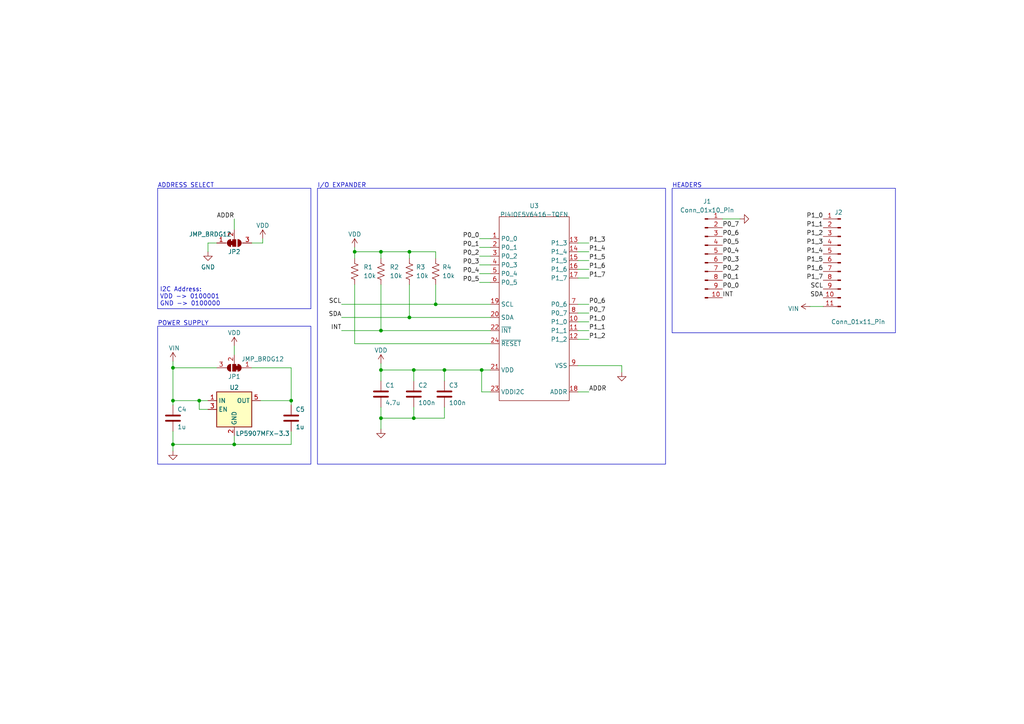
<source format=kicad_sch>
(kicad_sch (version 20230121) (generator eeschema)
  (paper "A4")
  (title_block (title "PI4IO IO Expander Breakout") (date "2023-07-21") (rev "4") (company "Playing With Fusion") (comment 1 "Designer: Jacob Simeone"))
  (lib_symbols
    (symbol "Connector:Conn_01x10_Pin" (pin_names (offset 1.016) hide)
      (property "Reference" "J" (at 0 12.7 0))
      (property "Value" "Conn_01x10_Pin" (at 0 -15.24 0))
      (symbol "Conn_01x10_Pin_1_1"
        (polyline (pts (xy 1.27 -12.7) (xy 0.8636 -12.7)) (stroke (width 0.1524)))
        (polyline (pts (xy 1.27 -10.16) (xy 0.8636 -10.16)) (stroke (width 0.1524)))
        (polyline (pts (xy 1.27 -7.62) (xy 0.8636 -7.62)) (stroke (width 0.1524)))
        (polyline (pts (xy 1.27 -5.08) (xy 0.8636 -5.08)) (stroke (width 0.1524)))
        (polyline (pts (xy 1.27 -2.54) (xy 0.8636 -2.54)) (stroke (width 0.1524)))
        (polyline (pts (xy 1.27 0) (xy 0.8636 0)) (stroke (width 0.1524)))
        (polyline (pts (xy 1.27 2.54) (xy 0.8636 2.54)) (stroke (width 0.1524)))
        (polyline (pts (xy 1.27 5.08) (xy 0.8636 5.08)) (stroke (width 0.1524)))
        (polyline (pts (xy 1.27 7.62) (xy 0.8636 7.62)) (stroke (width 0.1524)))
        (polyline (pts (xy 1.27 10.16) (xy 0.8636 10.16)) (stroke (width 0.1524)))
        (rectangle (start 0.8636 -12.573) (end 0 -12.827) (stroke (width 0.1524)) (fill (type outline)))
        (rectangle (start 0.8636 -10.033) (end 0 -10.287) (stroke (width 0.1524)) (fill (type outline)))
        (rectangle (start 0.8636 -7.493) (end 0 -7.747) (stroke (width 0.1524)) (fill (type outline)))
        (rectangle (start 0.8636 -4.953) (end 0 -5.207) (stroke (width 0.1524)) (fill (type outline)))
        (rectangle (start 0.8636 -2.413) (end 0 -2.667) (stroke (width 0.1524)) (fill (type outline)))
        (rectangle (start 0.8636 0.127) (end 0 -0.127) (stroke (width 0.1524)) (fill (type outline)))
        (rectangle (start 0.8636 2.667) (end 0 2.413) (stroke (width 0.1524)) (fill (type outline)))
        (rectangle (start 0.8636 5.207) (end 0 4.953) (stroke (width 0.1524)) (fill (type outline)))
        (rectangle (start 0.8636 7.747) (end 0 7.493) (stroke (width 0.1524)) (fill (type outline)))
        (rectangle (start 0.8636 10.287) (end 0 10.033) (stroke (width 0.1524)) (fill (type outline)))
        (pin passive line (at 5.08 10.16 180) (length 3.81) (name "Pin_1") (number "1"))
        (pin passive line (at 5.08 -12.7 180) (length 3.81) (name "Pin_10") (number "10"))
        (pin passive line (at 5.08 7.62 180) (length 3.81) (name "Pin_2") (number "2"))
        (pin passive line (at 5.08 5.08 180) (length 3.81) (name "Pin_3") (number "3"))
        (pin passive line (at 5.08 2.54 180) (length 3.81) (name "Pin_4") (number "4"))
        (pin passive line (at 5.08 0 180) (length 3.81) (name "Pin_5") (number "5"))
        (pin passive line (at 5.08 -2.54 180) (length 3.81) (name "Pin_6") (number "6"))
        (pin passive line (at 5.08 -5.08 180) (length 3.81) (name "Pin_7") (number "7"))
        (pin passive line (at 5.08 -7.62 180) (length 3.81) (name "Pin_8") (number "8"))
        (pin passive line (at 5.08 -10.16 180) (length 3.81) (name "Pin_9") (number "9"))
      )
    )
    (symbol "Connector:Conn_01x11_Pin" (pin_names (offset 1.016) hide)
      (property "Reference" "J" (at 0 15.24 0))
      (property "Value" "Conn_01x11_Pin" (at 0 -15.24 0))
      (symbol "Conn_01x11_Pin_1_1"
        (polyline (pts (xy 1.27 -12.7) (xy 0.8636 -12.7)) (stroke (width 0.1524)))
        (polyline (pts (xy 1.27 -10.16) (xy 0.8636 -10.16)) (stroke (width 0.1524)))
        (polyline (pts (xy 1.27 -7.62) (xy 0.8636 -7.62)) (stroke (width 0.1524)))
        (polyline (pts (xy 1.27 -5.08) (xy 0.8636 -5.08)) (stroke (width 0.1524)))
        (polyline (pts (xy 1.27 -2.54) (xy 0.8636 -2.54)) (stroke (width 0.1524)))
        (polyline (pts (xy 1.27 0) (xy 0.8636 0)) (stroke (width 0.1524)))
        (polyline (pts (xy 1.27 2.54) (xy 0.8636 2.54)) (stroke (width 0.1524)))
        (polyline (pts (xy 1.27 5.08) (xy 0.8636 5.08)) (stroke (width 0.1524)))
        (polyline (pts (xy 1.27 7.62) (xy 0.8636 7.62)) (stroke (width 0.1524)))
        (polyline (pts (xy 1.27 10.16) (xy 0.8636 10.16)) (stroke (width 0.1524)))
        (polyline (pts (xy 1.27 12.7) (xy 0.8636 12.7)) (stroke (width 0.1524)))
        (rectangle (start 0.8636 -12.573) (end 0 -12.827) (stroke (width 0.1524)) (fill (type outline)))
        (rectangle (start 0.8636 -10.033) (end 0 -10.287) (stroke (width 0.1524)) (fill (type outline)))
        (rectangle (start 0.8636 -7.493) (end 0 -7.747) (stroke (width 0.1524)) (fill (type outline)))
        (rectangle (start 0.8636 -4.953) (end 0 -5.207) (stroke (width 0.1524)) (fill (type outline)))
        (rectangle (start 0.8636 -2.413) (end 0 -2.667) (stroke (width 0.1524)) (fill (type outline)))
        (rectangle (start 0.8636 0.127) (end 0 -0.127) (stroke (width 0.1524)) (fill (type outline)))
        (rectangle (start 0.8636 2.667) (end 0 2.413) (stroke (width 0.1524)) (fill (type outline)))
        (rectangle (start 0.8636 5.207) (end 0 4.953) (stroke (width 0.1524)) (fill (type outline)))
        (rectangle (start 0.8636 7.747) (end 0 7.493) (stroke (width 0.1524)) (fill (type outline)))
        (rectangle (start 0.8636 10.287) (end 0 10.033) (stroke (width 0.1524)) (fill (type outline)))
        (rectangle (start 0.8636 12.827) (end 0 12.573) (stroke (width 0.1524)) (fill (type outline)))
        (pin passive line (at 5.08 12.7 180) (length 3.81) (name "Pin_1") (number "1"))
        (pin passive line (at 5.08 -10.16 180) (length 3.81) (name "Pin_10") (number "10"))
        (pin passive line (at 5.08 -12.7 180) (length 3.81) (name "Pin_11") (number "11"))
        (pin passive line (at 5.08 10.16 180) (length 3.81) (name "Pin_2") (number "2"))
        (pin passive line (at 5.08 7.62 180) (length 3.81) (name "Pin_3") (number "3"))
        (pin passive line (at 5.08 5.08 180) (length 3.81) (name "Pin_4") (number "4"))
        (pin passive line (at 5.08 2.54 180) (length 3.81) (name "Pin_5") (number "5"))
        (pin passive line (at 5.08 0 180) (length 3.81) (name "Pin_6") (number "6"))
        (pin passive line (at 5.08 -2.54 180) (length 3.81) (name "Pin_7") (number "7"))
        (pin passive line (at 5.08 -5.08 180) (length 3.81) (name "Pin_8") (number "8"))
        (pin passive line (at 5.08 -7.62 180) (length 3.81) (name "Pin_9") (number "9"))
      )
    )
    (symbol "Device:C" (pin_numbers hide) (pin_names (offset 0.254))
      (property "Reference" "C" (at 0.635 2.54 0))
      (property "Value" "C" (at 0.635 -2.54 0))
      (symbol "C_0_1"
        (polyline (pts (xy -2.032 -0.762) (xy 2.032 -0.762)) (stroke (width 0.508)))
        (polyline (pts (xy -2.032 0.762) (xy 2.032 0.762)) (stroke (width 0.508)))
      )
      (symbol "C_1_1"
        (pin passive line (at 0 3.81 270) (length 2.794) (name "~") (number "1"))
        (pin passive line (at 0 -3.81 90) (length 2.794) (name "~") (number "2"))
      )
    )
    (symbol "Device:R_US" (pin_numbers hide) (pin_names (offset 0))
      (property "Reference" "R" (at 2.54 0 90))
      (property "Value" "R_US" (at -2.54 0 90))
      (symbol "R_US_0_1"
        (polyline (pts (xy 0 -2.286) (xy 0 -2.54)))
        (polyline (pts (xy 0 2.286) (xy 0 2.54)))
        (polyline (pts (xy 0 -0.762) (xy 1.016 -1.143) (xy 0 -1.524) (xy -1.016 -1.905) (xy 0 -2.286)))
        (polyline (pts (xy 0 0.762) (xy 1.016 0.381) (xy 0 0) (xy -1.016 -0.381) (xy 0 -0.762)))
        (polyline (pts (xy 0 2.286) (xy 1.016 1.905) (xy 0 1.524) (xy -1.016 1.143) (xy 0 0.762)))
      )
      (symbol "R_US_1_1"
        (pin passive line (at 0 3.81 270) (length 1.27) (name "~") (number "1"))
        (pin passive line (at 0 -3.81 90) (length 1.27) (name "~") (number "2"))
      )
    )
    (symbol "JS_DiodesInc:PI4IOE5V6416-TQFN"
      (property "Reference" "U" (at 0 25.4 0))
      (property "Value" "PI4IOE5V6416-TQFN" (at -10.16 29.21 0))
      (symbol "PI4IOE5V6416-TQFN_0_0"
        (pin bidirectional line (at -12.7 21.59 0) (length 2.54) (name "P0_0") (number "1"))
        (pin bidirectional line (at 12.7 -2.54 180) (length 2.54) (name "P1_0") (number "10"))
        (pin bidirectional line (at 12.7 -5.08 180) (length 2.54) (name "P1_1") (number "11"))
        (pin bidirectional line (at 12.7 -7.62 180) (length 2.54) (name "P1_2") (number "12"))
        (pin bidirectional line (at 12.7 20.32 180) (length 2.54) (name "P1_3") (number "13"))
        (pin bidirectional line (at 12.7 17.78 180) (length 2.54) (name "P1_4") (number "14"))
        (pin bidirectional line (at 12.7 15.24 180) (length 2.54) (name "P1_5") (number "15"))
        (pin bidirectional line (at 12.7 12.7 180) (length 2.54) (name "P1_6") (number "16"))
        (pin bidirectional line (at 12.7 10.16 180) (length 2.54) (name "P1_7") (number "17"))
        (pin bidirectional line (at -12.7 2.54 0) (length 2.54) (name "SCL") (number "19"))
        (pin bidirectional line (at -12.7 19.05 0) (length 2.54) (name "P0_1") (number "2"))
        (pin bidirectional line (at -12.7 -1.27 0) (length 2.54) (name "SDA") (number "20"))
        (pin power_in line (at -12.7 -16.51 0) (length 2.54) (name "VDD") (number "21"))
        (pin power_in line (at -12.7 -22.86 0) (length 2.54) (name "VDDI2C") (number "23"))
        (pin bidirectional line (at -12.7 16.51 0) (length 2.54) (name "P0_2") (number "3"))
        (pin bidirectional line (at -12.7 13.97 0) (length 2.54) (name "P0_3") (number "4"))
        (pin bidirectional line (at -12.7 11.43 0) (length 2.54) (name "P0_4") (number "5"))
        (pin bidirectional line (at -12.7 8.89 0) (length 2.54) (name "P0_5") (number "6"))
        (pin bidirectional line (at 12.7 2.54 180) (length 2.54) (name "P0_6") (number "7"))
        (pin bidirectional line (at 12.7 0 180) (length 2.54) (name "P0_7") (number "8"))
        (pin passive line (at 12.7 -15.24 180) (length 2.54) (name "VSS") (number "9"))
      )
      (symbol "PI4IOE5V6416-TQFN_0_1"
        (rectangle (start -10.16 27.94) (end 10.16 -25.4))
      )
      (symbol "PI4IOE5V6416-TQFN_1_0"
        (pin input line (at 12.7 -22.86 180) (length 2.54) (name "ADDR") (number "18"))
        (pin output line (at -12.7 -5.08 0) (length 2.54) (name "~{INT}") (number "22"))
        (pin input line (at -12.7 -8.89 0) (length 2.54) (name "~{RESET}") (number "24"))
      )
    )
    (symbol "Jumper:SolderJumper_3_Bridged12" (pin_names (offset 0) hide)
      (property "Reference" "JP" (at -2.54 -2.54 0))
      (property "Value" "SolderJumper_3_Bridged12" (at 0 2.794 0))
      (symbol "SolderJumper_3_Bridged12_0_1"
        (rectangle (start -1.016 0.508) (end -0.508 -0.508) (fill (type outline)))
        (arc (start -1.016 1.016) (mid -2.0276 0) (end -1.016 -1.016))
        (arc (start -1.016 1.016) (mid -2.0276 0) (end -1.016 -1.016) (fill (type outline)))
        (rectangle (start -0.508 1.016) (end 0.508 -1.016) (fill (type outline)))
        (polyline (pts (xy -2.54 0) (xy -2.032 0)))
        (polyline (pts (xy -1.016 1.016) (xy -1.016 -1.016)))
        (polyline (pts (xy 0 -1.27) (xy 0 -1.016)))
        (polyline (pts (xy 1.016 1.016) (xy 1.016 -1.016)))
        (polyline (pts (xy 2.54 0) (xy 2.032 0)))
        (arc (start 1.016 -1.016) (mid 2.0276 0) (end 1.016 1.016))
        (arc (start 1.016 -1.016) (mid 2.0276 0) (end 1.016 1.016) (fill (type outline)))
      )
      (symbol "SolderJumper_3_Bridged12_1_1"
        (pin passive line (at -5.08 0 0) (length 2.54) (name "A") (number "1"))
        (pin passive line (at 0 -3.81 90) (length 2.54) (name "C") (number "2"))
        (pin passive line (at 5.08 0 180) (length 2.54) (name "B") (number "3"))
      )
    )
    (symbol "PWF_power:VIN" (power) (pin_names (offset 0))
      (property "Value" "VIN" (at 0 3.81 0))
      (symbol "VIN_0_1"
        (polyline (pts (xy -0.762 1.27) (xy 0 2.54)))
        (polyline (pts (xy 0 0) (xy 0 2.54)))
        (polyline (pts (xy 0 2.54) (xy 0.762 1.27)))
      )
      (symbol "VIN_1_1"
        (pin power_in line (at 0 0 90) (length 0) hide (name "VIN") (number "1"))
      )
    )
    (symbol "Regulator_Linear:LP5907MFX-3.3"
      (property "Reference" "U" (at -3.81 6.35 0))
      (property "Value" "LP5907MFX-3.3" (at 6.35 6.35 0))
      (symbol "LP5907MFX-3.3_0_1"
        (rectangle (start -5.08 -5.08) (end 5.08 5.08) (stroke (width 0.254)) (fill (type background)))
        (pin power_in line (at -7.62 2.54 0) (length 2.54) (name "IN") (number "1"))
        (pin power_in line (at 0 -7.62 90) (length 2.54) (name "GND") (number "2"))
        (pin input line (at -7.62 0 0) (length 2.54) (name "EN") (number "3"))
        (pin no_connect line (at 5.08 0 180) (length 2.54) hide (name "NC") (number "4"))
        (pin power_out line (at 7.62 2.54 180) (length 2.54) (name "OUT") (number "5"))
      )
    )
    (symbol "power:GND" (power) (pin_names (offset 0))
      (property "Value" "GND" (at 0 -3.81 0))
      (symbol "GND_0_1"
        (polyline (pts (xy 0 0) (xy 0 -1.27) (xy 1.27 -1.27) (xy 0 -2.54) (xy -1.27 -1.27) (xy 0 -1.27)))
      )
      (symbol "GND_1_1"
        (pin power_in line (at 0 0 270) (length 0) hide (name "GND") (number "1"))
      )
    )
    (symbol "power:VDD" (power) (pin_names (offset 0))
      (property "Value" "VDD" (at 0 3.81 0))
      (symbol "VDD_0_1"
        (polyline (pts (xy -0.762 1.27) (xy 0 2.54)))
        (polyline (pts (xy 0 0) (xy 0 2.54)))
        (polyline (pts (xy 0 2.54) (xy 0.762 1.27)))
      )
      (symbol "VDD_1_1"
        (pin power_in line (at 0 0 90) (length 0) hide (name "VDD") (number "1"))
      )
    )
  )
  (junction (at 128.905 107.315))
  (junction (at 118.745 73.025))
  (junction (at 67.945 128.905))
  (junction (at 120.015 107.315))
  (junction (at 50.165 106.68))
  (junction (at 110.49 73.025))
  (junction (at 50.165 128.905))
  (junction (at 139.7 107.315))
  (junction (at 110.49 121.285))
  (junction (at 126.365 88.265))
  (junction (at 118.745 92.075))
  (junction (at 84.455 116.205))
  (junction (at 120.015 121.285))
  (junction (at 57.785 116.205))
  (junction (at 102.87 73.025))
  (junction (at 110.49 95.885))
  (junction (at 110.49 107.315))
  (junction (at 50.165 116.205))
  (wire (pts (xy 67.945 126.365) (xy 67.945 128.905)))
  (wire (pts (xy 60.325 116.205) (xy 57.785 116.205)))
  (wire (pts (xy 75.565 116.205) (xy 84.455 116.205)))
  (wire (pts (xy 128.905 107.315) (xy 120.015 107.315)))
  (polyline (pts (xy 90.17 89.535) (xy 45.72 89.535)))
  (wire (pts (xy 60.325 118.745) (xy 57.785 118.745)))
  (wire (pts (xy 99.06 95.885) (xy 110.49 95.885)))
  (wire (pts (xy 128.905 121.285) (xy 120.015 121.285)))
  (wire (pts (xy 84.455 128.905) (xy 84.455 125.095)))
  (wire (pts (xy 167.64 95.885) (xy 170.815 95.885)))
  (wire (pts (xy 118.745 92.075) (xy 142.24 92.075)))
  (wire (pts (xy 118.745 92.075) (xy 118.745 82.55)))
  (wire (pts (xy 126.365 73.025) (xy 118.745 73.025)))
  (wire (pts (xy 128.905 118.11) (xy 128.905 121.285)))
  (wire (pts (xy 110.49 95.885) (xy 142.24 95.885)))
  (wire (pts (xy 84.455 106.68) (xy 73.025 106.68)))
  (polyline (pts (xy 45.72 89.535) (xy 45.72 54.61)))
  (wire (pts (xy 167.64 113.665) (xy 170.815 113.665)))
  (wire (pts (xy 57.785 116.205) (xy 50.165 116.205)))
  (wire (pts (xy 142.24 113.665) (xy 139.7 113.665)))
  (wire (pts (xy 167.64 75.565) (xy 170.815 75.565)))
  (wire (pts (xy 139.065 79.375) (xy 142.24 79.375)))
  (wire (pts (xy 73.025 70.485) (xy 76.2 70.485)))
  (wire (pts (xy 234.95 88.9) (xy 238.76 88.9)))
  (wire (pts (xy 110.49 95.885) (xy 110.49 82.55)))
  (wire (pts (xy 102.87 99.695) (xy 102.87 82.55)))
  (polyline (pts (xy 45.72 54.61) (xy 90.17 54.61)))
  (wire (pts (xy 167.64 73.025) (xy 170.815 73.025)))
  (wire (pts (xy 57.785 118.745) (xy 57.785 116.205)))
  (wire (pts (xy 139.065 81.915) (xy 142.24 81.915)))
  (wire (pts (xy 167.64 88.265) (xy 170.815 88.265)))
  (wire (pts (xy 67.945 100.33) (xy 67.945 102.87)))
  (wire (pts (xy 120.015 118.11) (xy 120.015 121.285)))
  (wire (pts (xy 76.2 69.215) (xy 76.2 70.485)))
  (wire (pts (xy 102.87 73.025) (xy 102.87 71.755)))
  (wire (pts (xy 50.165 116.205) (xy 50.165 117.475)))
  (wire (pts (xy 50.165 128.905) (xy 67.945 128.905)))
  (wire (pts (xy 167.64 93.345) (xy 170.815 93.345)))
  (wire (pts (xy 126.365 88.265) (xy 142.24 88.265)))
  (wire (pts (xy 110.49 118.11) (xy 110.49 121.285)))
  (wire (pts (xy 62.865 70.485) (xy 60.325 70.485)))
  (wire (pts (xy 84.455 116.205) (xy 84.455 106.68)))
  (wire (pts (xy 180.34 106.045) (xy 180.34 107.95)))
  (wire (pts (xy 110.49 73.025) (xy 102.87 73.025)))
  (wire (pts (xy 99.06 88.265) (xy 126.365 88.265)))
  (wire (pts (xy 84.455 116.205) (xy 84.455 117.475)))
  (wire (pts (xy 167.64 70.485) (xy 170.815 70.485)))
  (wire (pts (xy 167.64 90.805) (xy 170.815 90.805)))
  (wire (pts (xy 60.325 70.485) (xy 60.325 73.025)))
  (wire (pts (xy 102.87 73.025) (xy 102.87 74.93)))
  (wire (pts (xy 110.49 107.315) (xy 110.49 110.49)))
  (wire (pts (xy 110.49 121.285) (xy 110.49 124.46)))
  (wire (pts (xy 50.165 128.905) (xy 50.165 130.81)))
  (wire (pts (xy 50.165 106.68) (xy 62.865 106.68)))
  (wire (pts (xy 167.64 78.105) (xy 170.815 78.105)))
  (wire (pts (xy 118.745 73.025) (xy 118.745 74.93)))
  (wire (pts (xy 128.905 107.315) (xy 128.905 110.49)))
  (wire (pts (xy 120.015 121.285) (xy 110.49 121.285)))
  (wire (pts (xy 139.065 71.755) (xy 142.24 71.755)))
  (wire (pts (xy 167.64 106.045) (xy 180.34 106.045)))
  (polyline (pts (xy 90.17 54.61) (xy 90.17 89.535)))
  (wire (pts (xy 126.365 88.265) (xy 126.365 82.55)))
  (wire (pts (xy 120.015 107.315) (xy 110.49 107.315)))
  (wire (pts (xy 209.55 63.5) (xy 214.63 63.5)))
  (wire (pts (xy 139.065 76.835) (xy 142.24 76.835)))
  (wire (pts (xy 139.065 74.295) (xy 142.24 74.295)))
  (wire (pts (xy 50.165 125.095) (xy 50.165 128.905)))
  (wire (pts (xy 50.165 106.68) (xy 50.165 116.205)))
  (wire (pts (xy 142.24 99.695) (xy 102.87 99.695)))
  (wire (pts (xy 110.49 73.025) (xy 110.49 74.93)))
  (wire (pts (xy 139.7 113.665) (xy 139.7 107.315)))
  (wire (pts (xy 167.64 98.425) (xy 170.815 98.425)))
  (wire (pts (xy 139.7 107.315) (xy 128.905 107.315)))
  (wire (pts (xy 139.065 69.215) (xy 142.24 69.215)))
  (wire (pts (xy 167.64 80.645) (xy 170.815 80.645)))
  (wire (pts (xy 142.24 107.315) (xy 139.7 107.315)))
  (wire (pts (xy 126.365 74.93) (xy 126.365 73.025)))
  (wire (pts (xy 67.945 128.905) (xy 84.455 128.905)))
  (wire (pts (xy 110.49 107.315) (xy 110.49 105.41)))
  (wire (pts (xy 118.745 73.025) (xy 110.49 73.025)))
  (wire (pts (xy 120.015 107.315) (xy 120.015 110.49)))
  (wire (pts (xy 67.945 63.5) (xy 67.945 66.675)))
  (wire (pts (xy 99.06 92.075) (xy 118.745 92.075)))
  (wire (pts (xy 50.165 104.775) (xy 50.165 106.68)))
  (rectangle (start 92.075 54.61) (end 193.04 134.62))
  (rectangle (start 45.72 94.615) (end 90.17 134.62))
  (rectangle (start 194.945 54.61) (end 259.715 96.52))
  (text "POWER SUPPLY" (at 45.72 94.615 0) (effects (font (size 1.27 1.27)) (justify left bottom)))
  (text "ADDRESS SELECT" (at 45.72 54.61 0) (effects (font (size 1.27 1.27)) (justify left bottom)))
  (text "HEADERS" (at 194.945 54.61 0) (effects (font (size 1.27 1.27)) (justify left bottom)))
  (text "I2C Address:\nVDD -> 0100001\nGND -> 0100000" (at 46.355 88.9 0) (effects (font (size 1.27 1.27)) (justify left bottom)))
  (text "I/O EXPANDER" (at 92.075 54.61 0) (effects (font (size 1.27 1.27)) (justify left bottom)))
  (label "SDA" (at 99.06 92.075 180))
  (label "P0_2" (at 209.55 78.74 0))
  (label "P1_2" (at 238.76 68.58 180))
  (label "P0_4" (at 139.065 79.375 180))
  (label "P0_0" (at 139.065 69.215 180))
  (label "P1_4" (at 238.76 73.66 180))
  (label "P0_4" (at 209.55 73.66 0))
  (label "P1_5" (at 238.76 76.2 180))
  (label "P1_7" (at 170.815 80.645 0))
  (label "ADDR" (at 170.815 113.665 0))
  (label "INT" (at 209.55 86.36 0))
  (label "P0_6" (at 170.815 88.265 0))
  (label "P1_3" (at 170.815 70.485 0))
  (label "P1_1" (at 170.815 95.885 0))
  (label "P0_5" (at 139.065 81.915 180))
  (label "P1_0" (at 170.815 93.345 0))
  (label "P0_5" (at 209.55 71.12 0))
  (label "P1_5" (at 170.815 75.565 0))
  (label "P1_6" (at 238.76 78.74 180))
  (label "P1_7" (at 238.76 81.28 180))
  (label "INT" (at 99.06 95.885 180))
  (label "P0_1" (at 139.065 71.755 180))
  (label "P0_6" (at 209.55 68.58 0))
  (label "P0_2" (at 139.065 74.295 180))
  (label "P0_7" (at 209.55 66.04 0))
  (label "SCL" (at 99.06 88.265 180))
  (label "P0_7" (at 170.815 90.805 0))
  (label "P1_0" (at 238.76 63.5 180))
  (label "P1_6" (at 170.815 78.105 0))
  (label "SDA" (at 238.76 86.36 180))
  (label "P1_4" (at 170.815 73.025 0))
  (label "P1_1" (at 238.76 66.04 180))
  (label "SCL" (at 238.76 83.82 180))
  (label "P0_0" (at 209.55 83.82 0))
  (label "P1_2" (at 170.815 98.425 0))
  (label "P0_1" (at 209.55 81.28 0))
  (label "ADDR" (at 67.945 63.5 180))
  (label "P0_3" (at 209.55 76.2 0))
  (label "P0_3" (at 139.065 76.835 180))
  (label "P1_3" (at 238.76 71.12 180))
  (symbol (lib_id "Connector:Conn_01x10_Pin") (at 204.47 73.66 0) (unit 1)
    (property "Reference" "J1" (at 205.105 58.42 0))
    (property "Value" "Conn_01x10_Pin" (at 205.105 60.96 0))
    (property "Footprint" "Connector_PinHeader_2.54mm:PinHeader_1x10_P2.54mm_Vertical" (effects hide))
  )
  (symbol (lib_id "PWF_power:VIN") (at 234.95 88.9 90) (unit 1)
    (property "Reference" "#PWR05" (effects hide))
    (property "Value" "VIN" (at 231.775 89.535 90) (effects (justify left)))
  )
  (symbol (lib_id "power:VDD") (at 102.87 71.755 0) (unit 1)
    (property "Reference" "#PWR08" (effects hide))
    (property "Value" "VDD" (at 102.87 67.945 0))
  )
  (symbol (lib_id "Device:R_US") (at 118.745 78.74 0) (unit 1)
    (property "Reference" "R3" (at 120.65 77.47 0) (effects (justify left)))
    (property "Value" "10k" (at 120.65 80.01 0) (effects (justify left)))
    (property "Footprint" "Resistor_SMD:R_0603_1608Metric" (effects hide))
  )
  (symbol (lib_id "power:GND") (at 180.34 107.95 0) (unit 1)
    (property "Reference" "#PWR011" (effects hide))
    (property "Value" "GND" (effects hide))
  )
  (symbol (lib_id "Device:C") (at 128.905 114.3 0) (unit 1)
    (property "Reference" "C3" (at 130.175 111.76 0) (effects (justify left)))
    (property "Value" "100n" (at 130.175 116.84 0) (effects (justify left)))
    (property "Footprint" "Capacitor_SMD:C_0603_1608Metric" (effects hide))
  )
  (symbol (lib_id "Jumper:SolderJumper_3_Bridged12") (at 67.945 106.68 180) (unit 1)
    (property "Reference" "JP1" (at 67.945 109.22 0))
    (property "Value" "JMP_BRDG12" (at 76.2 104.14 0))
    (property "Footprint" "Jumper:SolderJumper-3_P1.3mm_Bridged12_RoundedPad1.0x1.5mm" (effects hide))
  )
  (symbol (lib_id "JS_DiodesInc:PI4IOE5V6416-TQFN") (at 154.94 90.805 0) (unit 1)
    (property "Reference" "U3" (at 154.94 59.69 0))
    (property "Value" "PI4IOE5V6416-TQFN" (at 154.94 62.23 0))
    (property "Footprint" "Package_DFN_QFN:TQFN-24-1EP_4x4mm_P0.5mm_EP2.1x2.1mm" (effects hide))
    (property "Datasheet" "https://www.mouser.com/datasheet/2/115/PI4IOE5V6416-1488866.pdf" (effects hide))
  )
  (symbol (lib_id "PWF_power:VIN") (at 50.165 104.775 0) (unit 1)
    (property "Reference" "#PWR09" (effects hide))
    (property "Value" "VIN" (at 48.895 100.965 0) (effects (justify left)))
  )
  (symbol (lib_id "Device:C") (at 120.015 114.3 0) (unit 1)
    (property "Reference" "C2" (at 121.285 111.76 0) (effects (justify left)))
    (property "Value" "100n" (at 121.285 116.84 0) (effects (justify left)))
    (property "Footprint" "Capacitor_SMD:C_0603_1608Metric" (effects hide))
  )
  (symbol (lib_id "Device:R_US") (at 102.87 78.74 0) (unit 1)
    (property "Reference" "R1" (at 105.41 77.47 0) (effects (justify left)))
    (property "Value" "10k" (at 105.41 80.01 0) (effects (justify left)))
    (property "Footprint" "Resistor_SMD:R_0603_1608Metric" (effects hide))
  )
  (symbol (lib_id "Device:C") (at 50.165 121.285 0) (unit 1)
    (property "Reference" "C4" (at 51.435 118.745 0) (effects (justify left)))
    (property "Value" "1u" (at 51.435 123.825 0) (effects (justify left)))
    (property "Footprint" "Capacitor_SMD:C_0603_1608Metric" (effects hide))
  )
  (symbol (lib_id "power:VDD") (at 110.49 105.41 0) (unit 1)
    (property "Reference" "#PWR04" (effects hide))
    (property "Value" "VDD" (at 110.49 101.6 0))
  )
  (symbol (lib_id "power:GND") (at 60.325 73.025 0) (unit 1)
    (property "Reference" "#PWR02" (effects hide))
    (property "Value" "GND" (at 60.325 77.47 0))
  )
  (symbol (lib_id "Device:C") (at 84.455 121.285 0) (unit 1)
    (property "Reference" "C5" (at 85.725 118.745 0) (effects (justify left)))
    (property "Value" "1u" (at 85.725 123.825 0) (effects (justify left)))
    (property "Footprint" "Capacitor_SMD:C_0603_1608Metric" (effects hide))
  )
  (symbol (lib_id "Device:R_US") (at 110.49 78.74 0) (unit 1)
    (property "Reference" "R2" (at 113.03 77.47 0) (effects (justify left)))
    (property "Value" "10k" (at 113.03 80.01 0) (effects (justify left)))
    (property "Footprint" "Resistor_SMD:R_0603_1608Metric" (effects hide))
  )
  (symbol (lib_id "power:GND") (at 110.49 124.46 0) (unit 1)
    (property "Reference" "#PWR01" (effects hide))
    (property "Value" "GND" (effects hide))
  )
  (symbol (lib_id "Regulator_Linear:LP5907MFX-3.3") (at 67.945 118.745 0) (unit 1)
    (property "Reference" "U2" (at 67.945 112.395 0))
    (property "Value" "LP5907MFX-3.3" (at 76.2 125.73 0))
    (property "Footprint" "Package_TO_SOT_SMD:SOT-23-5" (effects hide))
    (property "Datasheet" "http://www.ti.com/lit/ds/symlink/lp5907.pdf" (effects hide))
  )
  (symbol (lib_id "power:GND") (at 50.165 130.81 0) (unit 1)
    (property "Reference" "#PWR07" (effects hide))
    (property "Value" "GND" (effects hide))
  )
  (symbol (lib_id "Device:C") (at 110.49 114.3 0) (unit 1)
    (property "Reference" "C1" (at 111.76 111.76 0) (effects (justify left)))
    (property "Value" "4.7u" (at 111.76 116.84 0) (effects (justify left)))
    (property "Footprint" "Capacitor_SMD:C_0603_1608Metric" (effects hide))
  )
  (symbol (lib_id "Jumper:SolderJumper_3_Bridged12") (at 67.945 70.485 0) (mirror x) (unit 1)
    (property "Reference" "JP2" (at 67.945 73.025 0))
    (property "Value" "JMP_BRDG12" (at 60.96 67.945 0))
    (property "Footprint" "Jumper:SolderJumper-3_P1.3mm_Bridged12_RoundedPad1.0x1.5mm" (effects hide))
  )
  (symbol (lib_id "Connector:Conn_01x11_Pin") (at 243.84 76.2 0) (mirror y) (unit 1)
    (property "Reference" "J2" (at 243.205 61.595 0))
    (property "Value" "Conn_01x11_Pin" (at 248.92 93.345 0))
    (property "Footprint" "Connector_PinHeader_2.54mm:PinHeader_1x11_P2.54mm_Vertical" (effects hide))
  )
  (symbol (lib_id "Device:R_US") (at 126.365 78.74 0) (unit 1)
    (property "Reference" "R4" (at 128.27 77.47 0) (effects (justify left)))
    (property "Value" "10k" (at 128.27 80.01 0) (effects (justify left)))
    (property "Footprint" "Resistor_SMD:R_0603_1608Metric" (effects hide))
  )
  (symbol (lib_id "power:VDD") (at 67.945 100.33 0) (unit 1)
    (property "Reference" "#PWR03" (effects hide))
    (property "Value" "VDD" (at 67.945 96.52 0))
  )
  (symbol (lib_id "power:GND") (at 214.63 63.5 90) (unit 1)
    (property "Reference" "#PWR010" (effects hide))
    (property "Value" "GND" (effects hide))
  )
  (symbol (lib_id "power:VDD") (at 76.2 69.215 0) (unit 1)
    (property "Reference" "#PWR06" (effects hide))
    (property "Value" "VDD" (at 76.2 65.405 0))
  )
)
</source>
